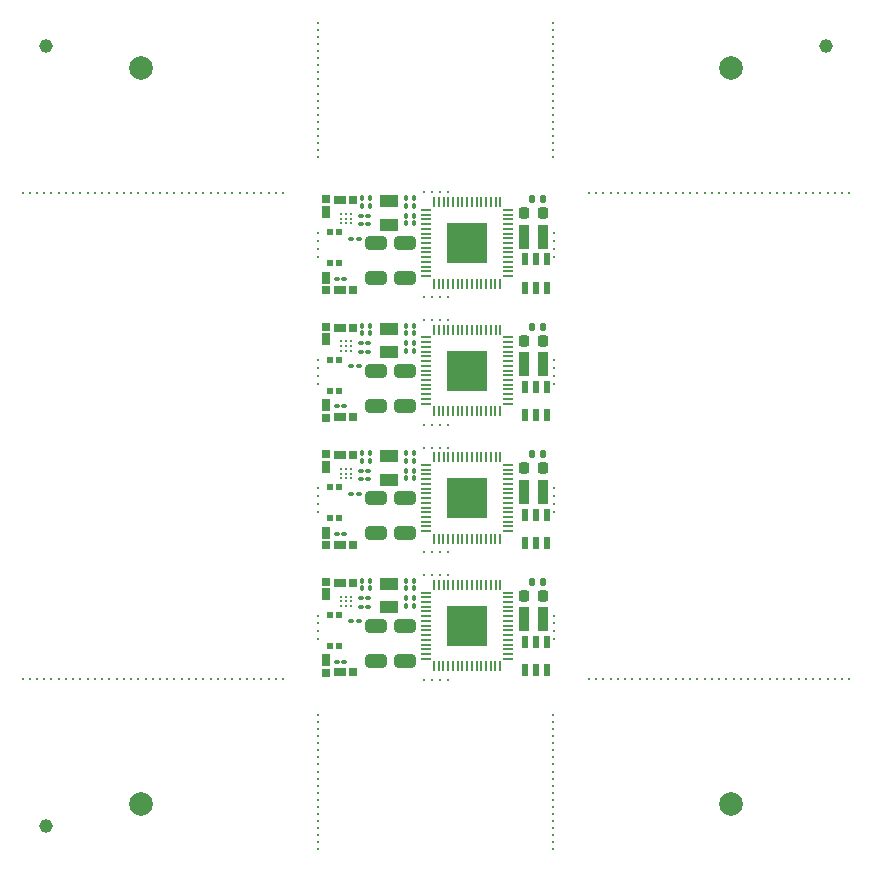
<source format=gts>
G04 #@! TF.GenerationSoftware,KiCad,Pcbnew,8.0.8*
G04 #@! TF.CreationDate,2025-02-15T14:23:04-05:00*
G04 #@! TF.ProjectId,panel,70616e65-6c2e-46b6-9963-61645f706362,rev?*
G04 #@! TF.SameCoordinates,Original*
G04 #@! TF.FileFunction,Soldermask,Top*
G04 #@! TF.FilePolarity,Negative*
%FSLAX46Y46*%
G04 Gerber Fmt 4.6, Leading zero omitted, Abs format (unit mm)*
G04 Created by KiCad (PCBNEW 8.0.8) date 2025-02-15 14:23:04*
%MOMM*%
%LPD*%
G01*
G04 APERTURE LIST*
G04 Aperture macros list*
%AMRoundRect*
0 Rectangle with rounded corners*
0 $1 Rounding radius*
0 $2 $3 $4 $5 $6 $7 $8 $9 X,Y pos of 4 corners*
0 Add a 4 corners polygon primitive as box body*
4,1,4,$2,$3,$4,$5,$6,$7,$8,$9,$2,$3,0*
0 Add four circle primitives for the rounded corners*
1,1,$1+$1,$2,$3*
1,1,$1+$1,$4,$5*
1,1,$1+$1,$6,$7*
1,1,$1+$1,$8,$9*
0 Add four rect primitives between the rounded corners*
20,1,$1+$1,$2,$3,$4,$5,0*
20,1,$1+$1,$4,$5,$6,$7,0*
20,1,$1+$1,$6,$7,$8,$9,0*
20,1,$1+$1,$8,$9,$2,$3,0*%
G04 Aperture macros list end*
%ADD10C,0.300000*%
%ADD11RoundRect,0.100000X-0.100000X0.130000X-0.100000X-0.130000X0.100000X-0.130000X0.100000X0.130000X0*%
%ADD12C,0.230000*%
%ADD13RoundRect,0.250000X-0.650000X0.325000X-0.650000X-0.325000X0.650000X-0.325000X0.650000X0.325000X0*%
%ADD14RoundRect,0.100000X-0.130000X-0.100000X0.130000X-0.100000X0.130000X0.100000X-0.130000X0.100000X0*%
%ADD15RoundRect,0.100000X0.100000X-0.130000X0.100000X0.130000X-0.100000X0.130000X-0.100000X-0.130000X0*%
%ADD16R,1.050000X0.800000*%
%ADD17R,0.650000X0.800000*%
%ADD18R,1.600000X1.000000*%
%ADD19R,0.550000X0.550000*%
%ADD20C,1.152000*%
%ADD21RoundRect,0.225000X-0.225000X-0.250000X0.225000X-0.250000X0.225000X0.250000X-0.225000X0.250000X0*%
%ADD22R,0.550000X1.100000*%
%ADD23R,0.200000X0.880000*%
%ADD24R,0.880000X0.200000*%
%ADD25R,3.400000X3.400000*%
%ADD26R,0.950000X2.100000*%
%ADD27R,0.800000X1.050000*%
%ADD28R,0.800000X0.650000*%
%ADD29RoundRect,0.250000X0.650000X-0.325000X0.650000X0.325000X-0.650000X0.325000X-0.650000X-0.325000X0*%
%ADD30C,2.000000*%
%ADD31RoundRect,0.147500X0.147500X0.172500X-0.147500X0.172500X-0.147500X-0.172500X0.147500X-0.172500X0*%
G04 APERTURE END LIST*
D10*
G04 #@! TO.C,KiKit_MB_21_32*
X18987500Y-14400000D03*
G04 #@! TD*
D11*
G04 #@! TO.C,C10*
X33160000Y-16330000D03*
X33160000Y-16970000D03*
G04 #@! TD*
D10*
G04 #@! TO.C,KiKit_MB_21_11*
X6125000Y-14400000D03*
G04 #@! TD*
G04 #@! TO.C,KiKit_MB_18_18*
X44950000Y-10200000D03*
G04 #@! TD*
G04 #@! TO.C,KiKit_MB_22_5*
X2450000Y-55600000D03*
G04 #@! TD*
G04 #@! TO.C,KiKit_MB_17_5*
X25050000Y-2400000D03*
G04 #@! TD*
G04 #@! TO.C,KiKit_MB_22_29*
X17150000Y-55600000D03*
G04 #@! TD*
G04 #@! TO.C,KiKit_MB_21_29*
X17150000Y-14400000D03*
G04 #@! TD*
D12*
G04 #@! TO.C,U5*
X26968733Y-16187200D03*
X27368733Y-16187200D03*
X27768733Y-16187200D03*
X26968733Y-16587200D03*
X27368733Y-16587200D03*
X27768733Y-16587200D03*
X26968733Y-16987200D03*
X27368733Y-16987200D03*
X27768733Y-16987200D03*
G04 #@! TD*
D10*
G04 #@! TO.C,KiKit_MB_11_3*
X35333333Y-35970000D03*
G04 #@! TD*
G04 #@! TO.C,KiKit_MB_20_20*
X44950000Y-70000000D03*
G04 #@! TD*
G04 #@! TO.C,KiKit_MB_24_24*
X62037500Y-55600000D03*
G04 #@! TD*
G04 #@! TO.C,KiKit_MB_23_24*
X62037500Y-14400000D03*
G04 #@! TD*
D11*
G04 #@! TO.C,C10*
X33160000Y-48730000D03*
X33160000Y-49370000D03*
G04 #@! TD*
D10*
G04 #@! TO.C,KiKit_MB_23_37*
X70000000Y-14400000D03*
G04 #@! TD*
G04 #@! TO.C,KiKit_MB_22_28*
X16537500Y-55600000D03*
G04 #@! TD*
G04 #@! TO.C,KiKit_MB_19_17*
X25050000Y-68200000D03*
G04 #@! TD*
G04 #@! TO.C,KiKit_MB_24_19*
X58975000Y-55600000D03*
G04 #@! TD*
G04 #@! TO.C,KiKit_MB_21_5*
X2450000Y-14400000D03*
G04 #@! TD*
G04 #@! TO.C,KiKit_MB_21_1*
X0Y-14400000D03*
G04 #@! TD*
D13*
G04 #@! TO.C,C8*
X29960000Y-18685000D03*
X29960000Y-21635000D03*
G04 #@! TD*
D10*
G04 #@! TO.C,KiKit_MB_20_9*
X44950000Y-63400000D03*
G04 #@! TD*
G04 #@! TO.C,KiKit_MB_17_3*
X25050000Y-1200000D03*
G04 #@! TD*
G04 #@! TO.C,KiKit_MB_21_9*
X4900000Y-14400000D03*
G04 #@! TD*
G04 #@! TO.C,KiKit_MB_23_6*
X51012500Y-14400000D03*
G04 #@! TD*
G04 #@! TO.C,KiKit_MB_22_16*
X9187500Y-55600000D03*
G04 #@! TD*
G04 #@! TO.C,KiKit_MB_22_35*
X20825000Y-55600000D03*
G04 #@! TD*
G04 #@! TO.C,KiKit_MB_18_8*
X44950000Y-4200000D03*
G04 #@! TD*
D14*
G04 #@! TO.C,R13*
X26590000Y-43290000D03*
X27230000Y-43290000D03*
G04 #@! TD*
D15*
G04 #@! TO.C,R14*
X33166559Y-26280022D03*
X33166559Y-25640022D03*
G04 #@! TD*
D10*
G04 #@! TO.C,KiKit_MB_19_12*
X25050000Y-65200000D03*
G04 #@! TD*
G04 #@! TO.C,KiKit_MB_20_4*
X44950000Y-60400000D03*
G04 #@! TD*
G04 #@! TO.C,KiKit_MB_22_12*
X6737500Y-55600000D03*
G04 #@! TD*
G04 #@! TO.C,KiKit_MB_15_2*
X34666667Y-46770000D03*
G04 #@! TD*
G04 #@! TO.C,KiKit_MB_23_29*
X65100000Y-14400000D03*
G04 #@! TD*
D16*
G04 #@! TO.C,D1*
X26880000Y-47420000D03*
D17*
X27940000Y-47420000D03*
G04 #@! TD*
D14*
G04 #@! TO.C,R10*
X28620000Y-17050000D03*
X29260000Y-17050000D03*
G04 #@! TD*
D10*
G04 #@! TO.C,KiKit_MB_22_4*
X1837500Y-55600000D03*
G04 #@! TD*
G04 #@! TO.C,KiKit_MB_21_7*
X3675000Y-14400000D03*
G04 #@! TD*
G04 #@! TO.C,KiKit_MB_4_3*
X34666667Y-23230000D03*
G04 #@! TD*
D18*
G04 #@! TO.C,L2*
X31060000Y-47510000D03*
X31060000Y-49510000D03*
G04 #@! TD*
D10*
G04 #@! TO.C,KiKit_MB_24_6*
X51012500Y-55600000D03*
G04 #@! TD*
G04 #@! TO.C,KiKit_MB_23_19*
X58975000Y-14400000D03*
G04 #@! TD*
G04 #@! TO.C,KiKit_MB_24_11*
X54075000Y-55600000D03*
G04 #@! TD*
G04 #@! TO.C,KiKit_MB_22_18*
X10412500Y-55600000D03*
G04 #@! TD*
G04 #@! TO.C,KiKit_MB_24_35*
X68775000Y-55600000D03*
G04 #@! TD*
G04 #@! TO.C,KiKit_MB_20_1*
X44950000Y-58600000D03*
G04 #@! TD*
G04 #@! TO.C,KiKit_MB_7_4*
X36000000Y-25170000D03*
G04 #@! TD*
G04 #@! TO.C,KiKit_MB_11_2*
X34666667Y-35970000D03*
G04 #@! TD*
G04 #@! TO.C,KiKit_MB_17_19*
X25050000Y-10800000D03*
G04 #@! TD*
G04 #@! TO.C,KiKit_MB_21_3*
X1225000Y-14400000D03*
G04 #@! TD*
G04 #@! TO.C,KiKit_MB_20_10*
X44950000Y-64000000D03*
G04 #@! TD*
G04 #@! TO.C,KiKit_MB_20_8*
X44950000Y-62800000D03*
G04 #@! TD*
D14*
G04 #@! TO.C,R13*
X26590000Y-32490000D03*
X27230000Y-32490000D03*
G04 #@! TD*
D11*
G04 #@! TO.C,C14*
X32460000Y-36440000D03*
X32460000Y-37080000D03*
G04 #@! TD*
D16*
G04 #@! TO.C,D1*
X26880000Y-25820000D03*
D17*
X27940000Y-25820000D03*
G04 #@! TD*
D19*
G04 #@! TO.C,SW1*
X26050000Y-20370000D03*
X26810000Y-20370000D03*
X26050000Y-17730000D03*
X26810000Y-17730000D03*
G04 #@! TD*
D10*
G04 #@! TO.C,KiKit_MB_23_22*
X60812500Y-14400000D03*
G04 #@! TD*
G04 #@! TO.C,KiKit_MB_24_25*
X62650000Y-55600000D03*
G04 #@! TD*
G04 #@! TO.C,KiKit_MB_16_1*
X36000000Y-55630000D03*
G04 #@! TD*
D20*
G04 #@! TO.C,KiKit_TO_1*
X2000000Y-2000000D03*
G04 #@! TD*
D10*
G04 #@! TO.C,KiKit_MB_17_6*
X25050000Y-3000000D03*
G04 #@! TD*
G04 #@! TO.C,KiKit_MB_19_7*
X25050000Y-62200000D03*
G04 #@! TD*
G04 #@! TO.C,KiKit_MB_5_2*
X25020000Y-29933333D03*
G04 #@! TD*
D19*
G04 #@! TO.C,SW1*
X26050000Y-41970000D03*
X26810000Y-41970000D03*
X26050000Y-39330000D03*
X26810000Y-39330000D03*
G04 #@! TD*
D10*
G04 #@! TO.C,KiKit_MB_23_4*
X49787500Y-14400000D03*
G04 #@! TD*
G04 #@! TO.C,KiKit_MB_21_8*
X4287500Y-14400000D03*
G04 #@! TD*
G04 #@! TO.C,KiKit_MB_24_14*
X55912500Y-55600000D03*
G04 #@! TD*
G04 #@! TO.C,KiKit_MB_22_8*
X4287500Y-55600000D03*
G04 #@! TD*
G04 #@! TO.C,KiKit_MB_4_2*
X35333333Y-23230000D03*
G04 #@! TD*
D21*
G04 #@! TO.C,C7*
X42475000Y-26930000D03*
X44025000Y-26930000D03*
G04 #@! TD*
D10*
G04 #@! TO.C,KiKit_MB_16_2*
X35333333Y-55630000D03*
G04 #@! TD*
G04 #@! TO.C,KiKit_MB_17_15*
X25050000Y-8400000D03*
G04 #@! TD*
G04 #@! TO.C,KiKit_MB_23_34*
X68162500Y-14400000D03*
G04 #@! TD*
D22*
G04 #@! TO.C,U2*
X42520000Y-54840000D03*
X43470000Y-54840000D03*
X44420000Y-54840000D03*
X44420000Y-52440000D03*
X43470000Y-52440000D03*
X42520000Y-52440000D03*
G04 #@! TD*
D10*
G04 #@! TO.C,KiKit_MB_24_3*
X49175000Y-55600000D03*
G04 #@! TD*
G04 #@! TO.C,KiKit_MB_22_2*
X612500Y-55600000D03*
G04 #@! TD*
G04 #@! TO.C,KiKit_MB_20_5*
X44950000Y-61000000D03*
G04 #@! TD*
G04 #@! TO.C,KiKit_MB_23_1*
X47950000Y-14400000D03*
G04 #@! TD*
G04 #@! TO.C,KiKit_MB_24_2*
X48562500Y-55600000D03*
G04 #@! TD*
D22*
G04 #@! TO.C,U2*
X42520000Y-22440000D03*
X43470000Y-22440000D03*
X44420000Y-22440000D03*
X44420000Y-20040000D03*
X43470000Y-20040000D03*
X42520000Y-20040000D03*
G04 #@! TD*
D23*
G04 #@! TO.C,U4*
X34840000Y-32890000D03*
X35240000Y-32890000D03*
X35640000Y-32890000D03*
X36040000Y-32890000D03*
X36440000Y-32890000D03*
X36840000Y-32890000D03*
X37240000Y-32890000D03*
X37640000Y-32890000D03*
X38040000Y-32890000D03*
X38440000Y-32890000D03*
X38840000Y-32890000D03*
X39240000Y-32890000D03*
X39640000Y-32890000D03*
X40040000Y-32890000D03*
X40440000Y-32890000D03*
D24*
X41080000Y-32250000D03*
X41080000Y-31850000D03*
X41080000Y-31450000D03*
X41080000Y-31050000D03*
X41080000Y-30650000D03*
X41080000Y-30250000D03*
X41080000Y-29850000D03*
X41080000Y-29450000D03*
X41080000Y-29050000D03*
X41080000Y-28650000D03*
X41080000Y-28250000D03*
X41080000Y-27850000D03*
X41080000Y-27450000D03*
X41080000Y-27050000D03*
X41080000Y-26650000D03*
D23*
X40440000Y-26010000D03*
X40050000Y-26010000D03*
X39650000Y-26010000D03*
X39250000Y-26010000D03*
X38850000Y-26010000D03*
X38450000Y-26010000D03*
X38050000Y-26010000D03*
X37650000Y-26010000D03*
X37250000Y-26010000D03*
X36850000Y-26010000D03*
X36450000Y-26010000D03*
X36050000Y-26010000D03*
X35650000Y-26010000D03*
X35250000Y-26010000D03*
X34850000Y-26010000D03*
D24*
X34200000Y-26650000D03*
X34200000Y-27050000D03*
X34200000Y-27450000D03*
X34200000Y-27850000D03*
X34200000Y-28250000D03*
X34200000Y-28650000D03*
X34200000Y-29050000D03*
X34200000Y-29450000D03*
X34200000Y-29850000D03*
X34200000Y-30250000D03*
X34200000Y-30650000D03*
X34200000Y-31050000D03*
X34200000Y-31450000D03*
X34200000Y-31850000D03*
X34200000Y-32250000D03*
D25*
X37640000Y-29450000D03*
G04 #@! TD*
D10*
G04 #@! TO.C,KiKit_MB_2_4*
X44980000Y-19800000D03*
G04 #@! TD*
G04 #@! TO.C,KiKit_MB_2_3*
X44980000Y-19133333D03*
G04 #@! TD*
G04 #@! TO.C,KiKit_MB_24_9*
X52850000Y-55600000D03*
G04 #@! TD*
D23*
G04 #@! TO.C,U4*
X34840000Y-22090000D03*
X35240000Y-22090000D03*
X35640000Y-22090000D03*
X36040000Y-22090000D03*
X36440000Y-22090000D03*
X36840000Y-22090000D03*
X37240000Y-22090000D03*
X37640000Y-22090000D03*
X38040000Y-22090000D03*
X38440000Y-22090000D03*
X38840000Y-22090000D03*
X39240000Y-22090000D03*
X39640000Y-22090000D03*
X40040000Y-22090000D03*
X40440000Y-22090000D03*
D24*
X41080000Y-21450000D03*
X41080000Y-21050000D03*
X41080000Y-20650000D03*
X41080000Y-20250000D03*
X41080000Y-19850000D03*
X41080000Y-19450000D03*
X41080000Y-19050000D03*
X41080000Y-18650000D03*
X41080000Y-18250000D03*
X41080000Y-17850000D03*
X41080000Y-17450000D03*
X41080000Y-17050000D03*
X41080000Y-16650000D03*
X41080000Y-16250000D03*
X41080000Y-15850000D03*
D23*
X40440000Y-15210000D03*
X40050000Y-15210000D03*
X39650000Y-15210000D03*
X39250000Y-15210000D03*
X38850000Y-15210000D03*
X38450000Y-15210000D03*
X38050000Y-15210000D03*
X37650000Y-15210000D03*
X37250000Y-15210000D03*
X36850000Y-15210000D03*
X36450000Y-15210000D03*
X36050000Y-15210000D03*
X35650000Y-15210000D03*
X35250000Y-15210000D03*
X34850000Y-15210000D03*
D24*
X34200000Y-15850000D03*
X34200000Y-16250000D03*
X34200000Y-16650000D03*
X34200000Y-17050000D03*
X34200000Y-17450000D03*
X34200000Y-17850000D03*
X34200000Y-18250000D03*
X34200000Y-18650000D03*
X34200000Y-19050000D03*
X34200000Y-19450000D03*
X34200000Y-19850000D03*
X34200000Y-20250000D03*
X34200000Y-20650000D03*
X34200000Y-21050000D03*
X34200000Y-21450000D03*
D25*
X37640000Y-18650000D03*
G04 #@! TD*
D10*
G04 #@! TO.C,KiKit_MB_23_26*
X63262500Y-14400000D03*
G04 #@! TD*
D14*
G04 #@! TO.C,R9*
X28620000Y-16350000D03*
X29260000Y-16350000D03*
G04 #@! TD*
D10*
G04 #@! TO.C,KiKit_MB_24_22*
X60812500Y-55600000D03*
G04 #@! TD*
G04 #@! TO.C,KiKit_MB_21_37*
X22050000Y-14400000D03*
G04 #@! TD*
D26*
G04 #@! TO.C,L1*
X44107500Y-50510000D03*
X42432500Y-50510000D03*
G04 #@! TD*
D10*
G04 #@! TO.C,KiKit_MB_21_34*
X20212500Y-14400000D03*
G04 #@! TD*
G04 #@! TO.C,KiKit_MB_19_6*
X25050000Y-61600000D03*
G04 #@! TD*
G04 #@! TO.C,KiKit_MB_24_26*
X63262500Y-55600000D03*
G04 #@! TD*
G04 #@! TO.C,KiKit_MB_23_23*
X61425000Y-14400000D03*
G04 #@! TD*
D16*
G04 #@! TO.C,D2*
X26880000Y-22590000D03*
D17*
X27940000Y-22590000D03*
G04 #@! TD*
D10*
G04 #@! TO.C,KiKit_MB_18_9*
X44950000Y-4800000D03*
G04 #@! TD*
D27*
G04 #@! TO.C,D4*
X25660000Y-21600000D03*
D28*
X25660000Y-22660000D03*
G04 #@! TD*
D10*
G04 #@! TO.C,KiKit_MB_21_25*
X14700000Y-14400000D03*
G04 #@! TD*
D14*
G04 #@! TO.C,R11*
X27830000Y-18280000D03*
X28470000Y-18280000D03*
G04 #@! TD*
D29*
G04 #@! TO.C,C17*
X32340000Y-43235000D03*
X32340000Y-40285000D03*
G04 #@! TD*
D27*
G04 #@! TO.C,D4*
X25660000Y-43200000D03*
D28*
X25660000Y-44260000D03*
G04 #@! TD*
D10*
G04 #@! TO.C,KiKit_MB_18_19*
X44950000Y-10800000D03*
G04 #@! TD*
G04 #@! TO.C,KiKit_MB_17_4*
X25050000Y-1800000D03*
G04 #@! TD*
G04 #@! TO.C,KiKit_MB_21_16*
X9187500Y-14400000D03*
G04 #@! TD*
D15*
G04 #@! TO.C,C19*
X29460000Y-26280000D03*
X29460000Y-25640000D03*
G04 #@! TD*
D10*
G04 #@! TO.C,KiKit_MB_15_3*
X35333333Y-46770000D03*
G04 #@! TD*
D15*
G04 #@! TO.C,C9*
X32460000Y-27770000D03*
X32460000Y-27130000D03*
G04 #@! TD*
D10*
G04 #@! TO.C,KiKit_MB_24_23*
X61425000Y-55600000D03*
G04 #@! TD*
G04 #@! TO.C,KiKit_MB_24_17*
X57750000Y-55600000D03*
G04 #@! TD*
G04 #@! TO.C,KiKit_MB_23_7*
X51625000Y-14400000D03*
G04 #@! TD*
G04 #@! TO.C,KiKit_MB_19_16*
X25050000Y-67600000D03*
G04 #@! TD*
G04 #@! TO.C,KiKit_MB_3_4*
X36000000Y-14370000D03*
G04 #@! TD*
D15*
G04 #@! TO.C,C18*
X28760000Y-15480000D03*
X28760000Y-14840000D03*
G04 #@! TD*
D10*
G04 #@! TO.C,KiKit_MB_23_32*
X66937500Y-14400000D03*
G04 #@! TD*
G04 #@! TO.C,KiKit_MB_21_2*
X612500Y-14400000D03*
G04 #@! TD*
G04 #@! TO.C,KiKit_MB_17_11*
X25050000Y-6000000D03*
G04 #@! TD*
G04 #@! TO.C,KiKit_MB_1_2*
X25020000Y-19133333D03*
G04 #@! TD*
G04 #@! TO.C,KiKit_MB_22_19*
X11025000Y-55600000D03*
G04 #@! TD*
G04 #@! TO.C,KiKit_MB_24_33*
X67550000Y-55600000D03*
G04 #@! TD*
G04 #@! TO.C,KiKit_MB_5_1*
X25020000Y-30600000D03*
G04 #@! TD*
G04 #@! TO.C,KiKit_MB_1_1*
X25020000Y-19800000D03*
G04 #@! TD*
G04 #@! TO.C,KiKit_MB_22_23*
X13475000Y-55600000D03*
G04 #@! TD*
D15*
G04 #@! TO.C,C9*
X32460000Y-38570000D03*
X32460000Y-37930000D03*
G04 #@! TD*
D27*
G04 #@! TO.C,D3*
X25660000Y-37600000D03*
D28*
X25660000Y-36540000D03*
G04 #@! TD*
D10*
G04 #@! TO.C,KiKit_MB_19_2*
X25050000Y-59200000D03*
G04 #@! TD*
G04 #@! TO.C,KiKit_MB_23_27*
X63875000Y-14400000D03*
G04 #@! TD*
G04 #@! TO.C,KiKit_MB_21_17*
X9800000Y-14400000D03*
G04 #@! TD*
D18*
G04 #@! TO.C,L2*
X31060000Y-15110000D03*
X31060000Y-17110000D03*
G04 #@! TD*
D10*
G04 #@! TO.C,KiKit_MB_2_2*
X44980000Y-18466667D03*
G04 #@! TD*
G04 #@! TO.C,KiKit_MB_9_1*
X25020000Y-41400000D03*
G04 #@! TD*
G04 #@! TO.C,KiKit_MB_22_1*
X0Y-55600000D03*
G04 #@! TD*
G04 #@! TO.C,KiKit_MB_19_11*
X25050000Y-64600000D03*
G04 #@! TD*
G04 #@! TO.C,KiKit_MB_7_1*
X34000000Y-25170000D03*
G04 #@! TD*
G04 #@! TO.C,KiKit_MB_21_13*
X7350000Y-14400000D03*
G04 #@! TD*
G04 #@! TO.C,KiKit_MB_3_3*
X35333333Y-14370000D03*
G04 #@! TD*
D16*
G04 #@! TO.C,D2*
X26880000Y-44190000D03*
D17*
X27940000Y-44190000D03*
G04 #@! TD*
D10*
G04 #@! TO.C,KiKit_MB_6_1*
X44980000Y-28600000D03*
G04 #@! TD*
G04 #@! TO.C,KiKit_MB_23_9*
X52850000Y-14400000D03*
G04 #@! TD*
G04 #@! TO.C,KiKit_MB_24_5*
X50400000Y-55600000D03*
G04 #@! TD*
G04 #@! TO.C,KiKit_MB_18_11*
X44950000Y-6000000D03*
G04 #@! TD*
G04 #@! TO.C,KiKit_MB_17_8*
X25050000Y-4200000D03*
G04 #@! TD*
G04 #@! TO.C,KiKit_MB_22_17*
X9800000Y-55600000D03*
G04 #@! TD*
G04 #@! TO.C,KiKit_MB_5_3*
X25020000Y-29266666D03*
G04 #@! TD*
G04 #@! TO.C,KiKit_MB_18_4*
X44950000Y-1800000D03*
G04 #@! TD*
D15*
G04 #@! TO.C,C19*
X29460000Y-15480000D03*
X29460000Y-14840000D03*
G04 #@! TD*
D10*
G04 #@! TO.C,KiKit_MB_17_1*
X25050000Y0D03*
G04 #@! TD*
G04 #@! TO.C,KiKit_MB_9_4*
X25020000Y-39400000D03*
G04 #@! TD*
G04 #@! TO.C,KiKit_MB_22_26*
X15312500Y-55600000D03*
G04 #@! TD*
G04 #@! TO.C,KiKit_MB_21_4*
X1837500Y-14400000D03*
G04 #@! TD*
G04 #@! TO.C,KiKit_MB_22_9*
X4900000Y-55600000D03*
G04 #@! TD*
G04 #@! TO.C,KiKit_MB_21_30*
X17762500Y-14400000D03*
G04 #@! TD*
D11*
G04 #@! TO.C,C14*
X32460000Y-25640000D03*
X32460000Y-26280000D03*
G04 #@! TD*
D20*
G04 #@! TO.C,KiKit_TO_2*
X68000000Y-2000000D03*
G04 #@! TD*
D10*
G04 #@! TO.C,KiKit_MB_22_32*
X18987500Y-55600000D03*
G04 #@! TD*
D15*
G04 #@! TO.C,C18*
X28760000Y-47880000D03*
X28760000Y-47240000D03*
G04 #@! TD*
D10*
G04 #@! TO.C,KiKit_MB_19_5*
X25050000Y-61000000D03*
G04 #@! TD*
G04 #@! TO.C,KiKit_MB_23_36*
X69387500Y-14400000D03*
G04 #@! TD*
G04 #@! TO.C,KiKit_MB_23_20*
X59587500Y-14400000D03*
G04 #@! TD*
G04 #@! TO.C,KiKit_MB_22_22*
X12862500Y-55600000D03*
G04 #@! TD*
G04 #@! TO.C,KiKit_MB_3_1*
X34000000Y-14370000D03*
G04 #@! TD*
D15*
G04 #@! TO.C,C18*
X28760000Y-37080000D03*
X28760000Y-36440000D03*
G04 #@! TD*
D14*
G04 #@! TO.C,R11*
X27830000Y-39880000D03*
X28470000Y-39880000D03*
G04 #@! TD*
D10*
G04 #@! TO.C,KiKit_MB_17_17*
X25050000Y-9600000D03*
G04 #@! TD*
G04 #@! TO.C,KiKit_MB_23_25*
X62650000Y-14400000D03*
G04 #@! TD*
D16*
G04 #@! TO.C,D2*
X26880000Y-54990000D03*
D17*
X27940000Y-54990000D03*
G04 #@! TD*
D10*
G04 #@! TO.C,KiKit_MB_17_14*
X25050000Y-7800000D03*
G04 #@! TD*
D29*
G04 #@! TO.C,C17*
X32340000Y-54035000D03*
X32340000Y-51085000D03*
G04 #@! TD*
D10*
G04 #@! TO.C,KiKit_MB_18_2*
X44950000Y-600000D03*
G04 #@! TD*
D27*
G04 #@! TO.C,D3*
X25660000Y-26800000D03*
D28*
X25660000Y-25740000D03*
G04 #@! TD*
D10*
G04 #@! TO.C,KiKit_MB_23_35*
X68775000Y-14400000D03*
G04 #@! TD*
G04 #@! TO.C,KiKit_MB_17_16*
X25050000Y-9000000D03*
G04 #@! TD*
D15*
G04 #@! TO.C,C9*
X32460000Y-16970000D03*
X32460000Y-16330000D03*
G04 #@! TD*
D10*
G04 #@! TO.C,KiKit_MB_13_3*
X25020000Y-50866666D03*
G04 #@! TD*
G04 #@! TO.C,KiKit_MB_21_31*
X18375000Y-14400000D03*
G04 #@! TD*
G04 #@! TO.C,KiKit_MB_6_4*
X44980000Y-30600000D03*
G04 #@! TD*
D12*
G04 #@! TO.C,U5*
X26968733Y-48587200D03*
X27368733Y-48587200D03*
X27768733Y-48587200D03*
X26968733Y-48987200D03*
X27368733Y-48987200D03*
X27768733Y-48987200D03*
X26968733Y-49387200D03*
X27368733Y-49387200D03*
X27768733Y-49387200D03*
G04 #@! TD*
D10*
G04 #@! TO.C,KiKit_MB_23_16*
X57137500Y-14400000D03*
G04 #@! TD*
G04 #@! TO.C,KiKit_MB_19_13*
X25050000Y-65800000D03*
G04 #@! TD*
G04 #@! TO.C,KiKit_MB_24_30*
X65712500Y-55600000D03*
G04 #@! TD*
D11*
G04 #@! TO.C,C14*
X32460000Y-47240000D03*
X32460000Y-47880000D03*
G04 #@! TD*
D10*
G04 #@! TO.C,KiKit_MB_17_18*
X25050000Y-10200000D03*
G04 #@! TD*
G04 #@! TO.C,KiKit_MB_21_22*
X12862500Y-14400000D03*
G04 #@! TD*
G04 #@! TO.C,KiKit_MB_23_8*
X52237500Y-14400000D03*
G04 #@! TD*
D15*
G04 #@! TO.C,R14*
X33166559Y-15480022D03*
X33166559Y-14840022D03*
G04 #@! TD*
D10*
G04 #@! TO.C,KiKit_MB_23_5*
X50400000Y-14400000D03*
G04 #@! TD*
D19*
G04 #@! TO.C,SW1*
X26050000Y-31170000D03*
X26810000Y-31170000D03*
X26050000Y-28530000D03*
X26810000Y-28530000D03*
G04 #@! TD*
D10*
G04 #@! TO.C,KiKit_MB_13_1*
X25020000Y-52200000D03*
G04 #@! TD*
D14*
G04 #@! TO.C,R10*
X28620000Y-27850000D03*
X29260000Y-27850000D03*
G04 #@! TD*
D10*
G04 #@! TO.C,KiKit_MB_23_13*
X55300000Y-14400000D03*
G04 #@! TD*
G04 #@! TO.C,KiKit_MB_15_1*
X34000000Y-46770000D03*
G04 #@! TD*
G04 #@! TO.C,KiKit_MB_19_10*
X25050000Y-64000000D03*
G04 #@! TD*
D15*
G04 #@! TO.C,R14*
X33166559Y-47880022D03*
X33166559Y-47240022D03*
G04 #@! TD*
D10*
G04 #@! TO.C,KiKit_MB_22_21*
X12250000Y-55600000D03*
G04 #@! TD*
G04 #@! TO.C,KiKit_MB_20_2*
X44950000Y-59200000D03*
G04 #@! TD*
D21*
G04 #@! TO.C,C7*
X42475000Y-37730000D03*
X44025000Y-37730000D03*
G04 #@! TD*
D16*
G04 #@! TO.C,D2*
X26880000Y-33390000D03*
D17*
X27940000Y-33390000D03*
G04 #@! TD*
D10*
G04 #@! TO.C,KiKit_MB_24_18*
X58362500Y-55600000D03*
G04 #@! TD*
G04 #@! TO.C,KiKit_MB_9_3*
X25020000Y-40066666D03*
G04 #@! TD*
G04 #@! TO.C,KiKit_MB_18_20*
X44950000Y-11400000D03*
G04 #@! TD*
G04 #@! TO.C,KiKit_MB_17_10*
X25050000Y-5400000D03*
G04 #@! TD*
G04 #@! TO.C,KiKit_MB_18_3*
X44950000Y-1200000D03*
G04 #@! TD*
G04 #@! TO.C,KiKit_MB_9_2*
X25020000Y-40733333D03*
G04 #@! TD*
D11*
G04 #@! TO.C,C14*
X32460000Y-14840000D03*
X32460000Y-15480000D03*
G04 #@! TD*
D10*
G04 #@! TO.C,KiKit_MB_8_2*
X35333333Y-34030000D03*
G04 #@! TD*
G04 #@! TO.C,KiKit_MB_21_28*
X16537500Y-14400000D03*
G04 #@! TD*
G04 #@! TO.C,KiKit_MB_24_1*
X47950000Y-55600000D03*
G04 #@! TD*
D14*
G04 #@! TO.C,R9*
X28620000Y-48750000D03*
X29260000Y-48750000D03*
G04 #@! TD*
D27*
G04 #@! TO.C,D4*
X25660000Y-32400000D03*
D28*
X25660000Y-33460000D03*
G04 #@! TD*
D10*
G04 #@! TO.C,KiKit_MB_7_3*
X35333333Y-25170000D03*
G04 #@! TD*
G04 #@! TO.C,KiKit_MB_19_3*
X25050000Y-59800000D03*
G04 #@! TD*
G04 #@! TO.C,KiKit_MB_23_31*
X66325000Y-14400000D03*
G04 #@! TD*
D18*
G04 #@! TO.C,L2*
X31060000Y-36710000D03*
X31060000Y-38710000D03*
G04 #@! TD*
D10*
G04 #@! TO.C,KiKit_MB_21_21*
X12250000Y-14400000D03*
G04 #@! TD*
D11*
G04 #@! TO.C,C10*
X33160000Y-27130000D03*
X33160000Y-27770000D03*
G04 #@! TD*
D10*
G04 #@! TO.C,KiKit_MB_19_14*
X25050000Y-66400000D03*
G04 #@! TD*
D23*
G04 #@! TO.C,U4*
X34840000Y-43690000D03*
X35240000Y-43690000D03*
X35640000Y-43690000D03*
X36040000Y-43690000D03*
X36440000Y-43690000D03*
X36840000Y-43690000D03*
X37240000Y-43690000D03*
X37640000Y-43690000D03*
X38040000Y-43690000D03*
X38440000Y-43690000D03*
X38840000Y-43690000D03*
X39240000Y-43690000D03*
X39640000Y-43690000D03*
X40040000Y-43690000D03*
X40440000Y-43690000D03*
D24*
X41080000Y-43050000D03*
X41080000Y-42650000D03*
X41080000Y-42250000D03*
X41080000Y-41850000D03*
X41080000Y-41450000D03*
X41080000Y-41050000D03*
X41080000Y-40650000D03*
X41080000Y-40250000D03*
X41080000Y-39850000D03*
X41080000Y-39450000D03*
X41080000Y-39050000D03*
X41080000Y-38650000D03*
X41080000Y-38250000D03*
X41080000Y-37850000D03*
X41080000Y-37450000D03*
D23*
X40440000Y-36810000D03*
X40050000Y-36810000D03*
X39650000Y-36810000D03*
X39250000Y-36810000D03*
X38850000Y-36810000D03*
X38450000Y-36810000D03*
X38050000Y-36810000D03*
X37650000Y-36810000D03*
X37250000Y-36810000D03*
X36850000Y-36810000D03*
X36450000Y-36810000D03*
X36050000Y-36810000D03*
X35650000Y-36810000D03*
X35250000Y-36810000D03*
X34850000Y-36810000D03*
D24*
X34200000Y-37450000D03*
X34200000Y-37850000D03*
X34200000Y-38250000D03*
X34200000Y-38650000D03*
X34200000Y-39050000D03*
X34200000Y-39450000D03*
X34200000Y-39850000D03*
X34200000Y-40250000D03*
X34200000Y-40650000D03*
X34200000Y-41050000D03*
X34200000Y-41450000D03*
X34200000Y-41850000D03*
X34200000Y-42250000D03*
X34200000Y-42650000D03*
X34200000Y-43050000D03*
D25*
X37640000Y-40250000D03*
G04 #@! TD*
D10*
G04 #@! TO.C,KiKit_MB_21_26*
X15312500Y-14400000D03*
G04 #@! TD*
G04 #@! TO.C,KiKit_MB_22_7*
X3675000Y-55600000D03*
G04 #@! TD*
G04 #@! TO.C,KiKit_MB_22_20*
X11637500Y-55600000D03*
G04 #@! TD*
D15*
G04 #@! TO.C,C19*
X29460000Y-47880000D03*
X29460000Y-47240000D03*
G04 #@! TD*
D10*
G04 #@! TO.C,KiKit_MB_21_18*
X10412500Y-14400000D03*
G04 #@! TD*
G04 #@! TO.C,KiKit_MB_19_20*
X25050000Y-70000000D03*
G04 #@! TD*
G04 #@! TO.C,KiKit_MB_24_32*
X66937500Y-55600000D03*
G04 #@! TD*
G04 #@! TO.C,KiKit_MB_23_33*
X67550000Y-14400000D03*
G04 #@! TD*
G04 #@! TO.C,KiKit_MB_18_12*
X44950000Y-6600000D03*
G04 #@! TD*
D14*
G04 #@! TO.C,R9*
X28620000Y-27150000D03*
X29260000Y-27150000D03*
G04 #@! TD*
D27*
G04 #@! TO.C,D3*
X25660000Y-16000000D03*
D28*
X25660000Y-14940000D03*
G04 #@! TD*
D10*
G04 #@! TO.C,KiKit_MB_24_34*
X68162500Y-55600000D03*
G04 #@! TD*
G04 #@! TO.C,KiKit_MB_24_13*
X55300000Y-55600000D03*
G04 #@! TD*
G04 #@! TO.C,KiKit_MB_1_3*
X25020000Y-18466667D03*
G04 #@! TD*
D30*
G04 #@! TO.C,KiKit_FID_T_1*
X10000000Y-3850000D03*
G04 #@! TD*
D10*
G04 #@! TO.C,KiKit_MB_21_24*
X14087500Y-14400000D03*
G04 #@! TD*
D26*
G04 #@! TO.C,L1*
X44107500Y-28910000D03*
X42432500Y-28910000D03*
G04 #@! TD*
D10*
G04 #@! TO.C,KiKit_MB_20_15*
X44950000Y-67000000D03*
G04 #@! TD*
G04 #@! TO.C,KiKit_MB_24_12*
X54687500Y-55600000D03*
G04 #@! TD*
G04 #@! TO.C,KiKit_MB_6_3*
X44980000Y-29933333D03*
G04 #@! TD*
G04 #@! TO.C,KiKit_MB_24_7*
X51625000Y-55600000D03*
G04 #@! TD*
G04 #@! TO.C,KiKit_MB_22_11*
X6125000Y-55600000D03*
G04 #@! TD*
D19*
G04 #@! TO.C,SW1*
X26050000Y-52770000D03*
X26810000Y-52770000D03*
X26050000Y-50130000D03*
X26810000Y-50130000D03*
G04 #@! TD*
D10*
G04 #@! TO.C,KiKit_MB_5_4*
X25020000Y-28600000D03*
G04 #@! TD*
G04 #@! TO.C,KiKit_MB_8_1*
X36000000Y-34030000D03*
G04 #@! TD*
G04 #@! TO.C,KiKit_MB_21_36*
X21437500Y-14400000D03*
G04 #@! TD*
G04 #@! TO.C,KiKit_MB_20_12*
X44950000Y-65200000D03*
G04 #@! TD*
D13*
G04 #@! TO.C,C8*
X29960000Y-40285000D03*
X29960000Y-43235000D03*
G04 #@! TD*
D23*
G04 #@! TO.C,U4*
X34840000Y-54490000D03*
X35240000Y-54490000D03*
X35640000Y-54490000D03*
X36040000Y-54490000D03*
X36440000Y-54490000D03*
X36840000Y-54490000D03*
X37240000Y-54490000D03*
X37640000Y-54490000D03*
X38040000Y-54490000D03*
X38440000Y-54490000D03*
X38840000Y-54490000D03*
X39240000Y-54490000D03*
X39640000Y-54490000D03*
X40040000Y-54490000D03*
X40440000Y-54490000D03*
D24*
X41080000Y-53850000D03*
X41080000Y-53450000D03*
X41080000Y-53050000D03*
X41080000Y-52650000D03*
X41080000Y-52250000D03*
X41080000Y-51850000D03*
X41080000Y-51450000D03*
X41080000Y-51050000D03*
X41080000Y-50650000D03*
X41080000Y-50250000D03*
X41080000Y-49850000D03*
X41080000Y-49450000D03*
X41080000Y-49050000D03*
X41080000Y-48650000D03*
X41080000Y-48250000D03*
D23*
X40440000Y-47610000D03*
X40050000Y-47610000D03*
X39650000Y-47610000D03*
X39250000Y-47610000D03*
X38850000Y-47610000D03*
X38450000Y-47610000D03*
X38050000Y-47610000D03*
X37650000Y-47610000D03*
X37250000Y-47610000D03*
X36850000Y-47610000D03*
X36450000Y-47610000D03*
X36050000Y-47610000D03*
X35650000Y-47610000D03*
X35250000Y-47610000D03*
X34850000Y-47610000D03*
D24*
X34200000Y-48250000D03*
X34200000Y-48650000D03*
X34200000Y-49050000D03*
X34200000Y-49450000D03*
X34200000Y-49850000D03*
X34200000Y-50250000D03*
X34200000Y-50650000D03*
X34200000Y-51050000D03*
X34200000Y-51450000D03*
X34200000Y-51850000D03*
X34200000Y-52250000D03*
X34200000Y-52650000D03*
X34200000Y-53050000D03*
X34200000Y-53450000D03*
X34200000Y-53850000D03*
D25*
X37640000Y-51050000D03*
G04 #@! TD*
D10*
G04 #@! TO.C,KiKit_MB_20_16*
X44950000Y-67600000D03*
G04 #@! TD*
G04 #@! TO.C,KiKit_MB_19_18*
X25050000Y-68800000D03*
G04 #@! TD*
G04 #@! TO.C,KiKit_MB_13_4*
X25020000Y-50200000D03*
G04 #@! TD*
G04 #@! TO.C,KiKit_MB_19_15*
X25050000Y-67000000D03*
G04 #@! TD*
G04 #@! TO.C,KiKit_MB_20_19*
X44950000Y-69400000D03*
G04 #@! TD*
D16*
G04 #@! TO.C,D1*
X26880000Y-36620000D03*
D17*
X27940000Y-36620000D03*
G04 #@! TD*
D10*
G04 #@! TO.C,KiKit_MB_20_3*
X44950000Y-59800000D03*
G04 #@! TD*
G04 #@! TO.C,KiKit_MB_21_15*
X8575000Y-14400000D03*
G04 #@! TD*
G04 #@! TO.C,KiKit_MB_3_2*
X34666667Y-14370000D03*
G04 #@! TD*
D26*
G04 #@! TO.C,L1*
X44107500Y-39710000D03*
X42432500Y-39710000D03*
G04 #@! TD*
D10*
G04 #@! TO.C,KiKit_MB_10_1*
X44980000Y-39400000D03*
G04 #@! TD*
G04 #@! TO.C,KiKit_MB_22_33*
X19600000Y-55600000D03*
G04 #@! TD*
D31*
G04 #@! TO.C,D7*
X44095000Y-14930000D03*
X43125000Y-14930000D03*
G04 #@! TD*
D10*
G04 #@! TO.C,KiKit_MB_17_7*
X25050000Y-3600000D03*
G04 #@! TD*
G04 #@! TO.C,KiKit_MB_21_6*
X3062500Y-14400000D03*
G04 #@! TD*
G04 #@! TO.C,KiKit_MB_20_6*
X44950000Y-61600000D03*
G04 #@! TD*
G04 #@! TO.C,KiKit_MB_23_21*
X60200000Y-14400000D03*
G04 #@! TD*
G04 #@! TO.C,KiKit_MB_18_14*
X44950000Y-7800000D03*
G04 #@! TD*
G04 #@! TO.C,KiKit_MB_14_3*
X44980000Y-51533333D03*
G04 #@! TD*
D14*
G04 #@! TO.C,R9*
X28620000Y-37950000D03*
X29260000Y-37950000D03*
G04 #@! TD*
D12*
G04 #@! TO.C,U5*
X26968733Y-26987200D03*
X27368733Y-26987200D03*
X27768733Y-26987200D03*
X26968733Y-27387200D03*
X27368733Y-27387200D03*
X27768733Y-27387200D03*
X26968733Y-27787200D03*
X27368733Y-27787200D03*
X27768733Y-27787200D03*
G04 #@! TD*
D10*
G04 #@! TO.C,KiKit_MB_23_11*
X54075000Y-14400000D03*
G04 #@! TD*
G04 #@! TO.C,KiKit_MB_20_14*
X44950000Y-66400000D03*
G04 #@! TD*
G04 #@! TO.C,KiKit_MB_24_36*
X69387500Y-55600000D03*
G04 #@! TD*
G04 #@! TO.C,KiKit_MB_24_10*
X53462500Y-55600000D03*
G04 #@! TD*
G04 #@! TO.C,KiKit_MB_20_17*
X44950000Y-68200000D03*
G04 #@! TD*
G04 #@! TO.C,KiKit_MB_14_4*
X44980000Y-52200000D03*
G04 #@! TD*
G04 #@! TO.C,KiKit_MB_21_12*
X6737500Y-14400000D03*
G04 #@! TD*
D18*
G04 #@! TO.C,L2*
X31060000Y-25910000D03*
X31060000Y-27910000D03*
G04 #@! TD*
D10*
G04 #@! TO.C,KiKit_MB_23_10*
X53462500Y-14400000D03*
G04 #@! TD*
G04 #@! TO.C,KiKit_MB_19_9*
X25050000Y-63400000D03*
G04 #@! TD*
G04 #@! TO.C,KiKit_MB_21_27*
X15925000Y-14400000D03*
G04 #@! TD*
G04 #@! TO.C,KiKit_MB_23_28*
X64487500Y-14400000D03*
G04 #@! TD*
D30*
G04 #@! TO.C,KiKit_FID_T_4*
X60000000Y-66150000D03*
G04 #@! TD*
D10*
G04 #@! TO.C,KiKit_MB_11_1*
X34000000Y-35970000D03*
G04 #@! TD*
G04 #@! TO.C,KiKit_MB_22_27*
X15925000Y-55600000D03*
G04 #@! TD*
G04 #@! TO.C,KiKit_MB_23_30*
X65712500Y-14400000D03*
G04 #@! TD*
G04 #@! TO.C,KiKit_MB_15_4*
X36000000Y-46770000D03*
G04 #@! TD*
G04 #@! TO.C,KiKit_MB_21_10*
X5512500Y-14400000D03*
G04 #@! TD*
G04 #@! TO.C,KiKit_MB_4_1*
X36000000Y-23230000D03*
G04 #@! TD*
G04 #@! TO.C,KiKit_MB_17_20*
X25050000Y-11400000D03*
G04 #@! TD*
D22*
G04 #@! TO.C,U2*
X42520000Y-44040000D03*
X43470000Y-44040000D03*
X44420000Y-44040000D03*
X44420000Y-41640000D03*
X43470000Y-41640000D03*
X42520000Y-41640000D03*
G04 #@! TD*
D10*
G04 #@! TO.C,KiKit_MB_22_31*
X18375000Y-55600000D03*
G04 #@! TD*
G04 #@! TO.C,KiKit_MB_10_2*
X44980000Y-40066666D03*
G04 #@! TD*
G04 #@! TO.C,KiKit_MB_18_17*
X44950000Y-9600000D03*
G04 #@! TD*
G04 #@! TO.C,KiKit_MB_18_15*
X44950000Y-8400000D03*
G04 #@! TD*
G04 #@! TO.C,KiKit_MB_19_4*
X25050000Y-60400000D03*
G04 #@! TD*
G04 #@! TO.C,KiKit_MB_16_3*
X34666667Y-55630000D03*
G04 #@! TD*
G04 #@! TO.C,KiKit_MB_23_14*
X55912500Y-14400000D03*
G04 #@! TD*
G04 #@! TO.C,KiKit_MB_20_11*
X44950000Y-64600000D03*
G04 #@! TD*
D31*
G04 #@! TO.C,D7*
X44095000Y-25730000D03*
X43125000Y-25730000D03*
G04 #@! TD*
D10*
G04 #@! TO.C,KiKit_MB_22_24*
X14087500Y-55600000D03*
G04 #@! TD*
G04 #@! TO.C,KiKit_MB_21_20*
X11637500Y-14400000D03*
G04 #@! TD*
G04 #@! TO.C,KiKit_MB_12_2*
X35333333Y-44830000D03*
G04 #@! TD*
G04 #@! TO.C,KiKit_MB_20_13*
X44950000Y-65800000D03*
G04 #@! TD*
G04 #@! TO.C,KiKit_MB_18_5*
X44950000Y-2400000D03*
G04 #@! TD*
G04 #@! TO.C,KiKit_MB_6_2*
X44980000Y-29266666D03*
G04 #@! TD*
G04 #@! TO.C,KiKit_MB_20_18*
X44950000Y-68800000D03*
G04 #@! TD*
D22*
G04 #@! TO.C,U2*
X42520000Y-33240000D03*
X43470000Y-33240000D03*
X44420000Y-33240000D03*
X44420000Y-30840000D03*
X43470000Y-30840000D03*
X42520000Y-30840000D03*
G04 #@! TD*
D10*
G04 #@! TO.C,KiKit_MB_24_29*
X65100000Y-55600000D03*
G04 #@! TD*
D14*
G04 #@! TO.C,R11*
X27830000Y-50680000D03*
X28470000Y-50680000D03*
G04 #@! TD*
D30*
G04 #@! TO.C,KiKit_FID_T_3*
X10000000Y-66150000D03*
G04 #@! TD*
D10*
G04 #@! TO.C,KiKit_MB_10_4*
X44980000Y-41400000D03*
G04 #@! TD*
G04 #@! TO.C,KiKit_MB_17_12*
X25050000Y-6600000D03*
G04 #@! TD*
D30*
G04 #@! TO.C,KiKit_FID_T_2*
X60000000Y-3850000D03*
G04 #@! TD*
D10*
G04 #@! TO.C,KiKit_MB_8_3*
X34666667Y-34030000D03*
G04 #@! TD*
D21*
G04 #@! TO.C,C7*
X42475000Y-16130000D03*
X44025000Y-16130000D03*
G04 #@! TD*
D10*
G04 #@! TO.C,KiKit_MB_20_7*
X44950000Y-62200000D03*
G04 #@! TD*
G04 #@! TO.C,KiKit_MB_2_1*
X44980000Y-17800000D03*
G04 #@! TD*
G04 #@! TO.C,KiKit_MB_21_14*
X7962500Y-14400000D03*
G04 #@! TD*
G04 #@! TO.C,KiKit_MB_24_20*
X59587500Y-55600000D03*
G04 #@! TD*
G04 #@! TO.C,KiKit_MB_24_8*
X52237500Y-55600000D03*
G04 #@! TD*
G04 #@! TO.C,KiKit_MB_23_3*
X49175000Y-14400000D03*
G04 #@! TD*
G04 #@! TO.C,KiKit_MB_1_4*
X25020000Y-17800000D03*
G04 #@! TD*
G04 #@! TO.C,KiKit_MB_19_19*
X25050000Y-69400000D03*
G04 #@! TD*
G04 #@! TO.C,KiKit_MB_18_7*
X44950000Y-3600000D03*
G04 #@! TD*
G04 #@! TO.C,KiKit_MB_14_1*
X44980000Y-50200000D03*
G04 #@! TD*
D12*
G04 #@! TO.C,U5*
X26968733Y-37787200D03*
X27368733Y-37787200D03*
X27768733Y-37787200D03*
X26968733Y-38187200D03*
X27368733Y-38187200D03*
X27768733Y-38187200D03*
X26968733Y-38587200D03*
X27368733Y-38587200D03*
X27768733Y-38587200D03*
G04 #@! TD*
D16*
G04 #@! TO.C,D1*
X26880000Y-15020000D03*
D17*
X27940000Y-15020000D03*
G04 #@! TD*
D27*
G04 #@! TO.C,D3*
X25660000Y-48400000D03*
D28*
X25660000Y-47340000D03*
G04 #@! TD*
D31*
G04 #@! TO.C,D7*
X44095000Y-47330000D03*
X43125000Y-47330000D03*
G04 #@! TD*
D10*
G04 #@! TO.C,KiKit_MB_23_12*
X54687500Y-14400000D03*
G04 #@! TD*
G04 #@! TO.C,KiKit_MB_19_1*
X25050000Y-58600000D03*
G04 #@! TD*
G04 #@! TO.C,KiKit_MB_24_27*
X63875000Y-55600000D03*
G04 #@! TD*
G04 #@! TO.C,KiKit_MB_22_34*
X20212500Y-55600000D03*
G04 #@! TD*
D15*
G04 #@! TO.C,C18*
X28760000Y-26280000D03*
X28760000Y-25640000D03*
G04 #@! TD*
D10*
G04 #@! TO.C,KiKit_MB_18_10*
X44950000Y-5400000D03*
G04 #@! TD*
D21*
G04 #@! TO.C,C7*
X42475000Y-48530000D03*
X44025000Y-48530000D03*
G04 #@! TD*
D10*
G04 #@! TO.C,KiKit_MB_24_15*
X56525000Y-55600000D03*
G04 #@! TD*
G04 #@! TO.C,KiKit_MB_23_17*
X57750000Y-14400000D03*
G04 #@! TD*
D29*
G04 #@! TO.C,C17*
X32340000Y-32435000D03*
X32340000Y-29485000D03*
G04 #@! TD*
D10*
G04 #@! TO.C,KiKit_MB_24_16*
X57137500Y-55600000D03*
G04 #@! TD*
G04 #@! TO.C,KiKit_MB_24_4*
X49787500Y-55600000D03*
G04 #@! TD*
G04 #@! TO.C,KiKit_MB_21_35*
X20825000Y-14400000D03*
G04 #@! TD*
D13*
G04 #@! TO.C,C8*
X29960000Y-51085000D03*
X29960000Y-54035000D03*
G04 #@! TD*
D26*
G04 #@! TO.C,L1*
X44107500Y-18110000D03*
X42432500Y-18110000D03*
G04 #@! TD*
D10*
G04 #@! TO.C,KiKit_MB_21_19*
X11025000Y-14400000D03*
G04 #@! TD*
G04 #@! TO.C,KiKit_MB_22_10*
X5512500Y-55600000D03*
G04 #@! TD*
D13*
G04 #@! TO.C,C8*
X29960000Y-29485000D03*
X29960000Y-32435000D03*
G04 #@! TD*
D14*
G04 #@! TO.C,R10*
X28620000Y-49450000D03*
X29260000Y-49450000D03*
G04 #@! TD*
D10*
G04 #@! TO.C,KiKit_MB_22_37*
X22050000Y-55600000D03*
G04 #@! TD*
G04 #@! TO.C,KiKit_MB_24_21*
X60200000Y-55600000D03*
G04 #@! TD*
G04 #@! TO.C,KiKit_MB_16_4*
X34000000Y-55630000D03*
G04 #@! TD*
G04 #@! TO.C,KiKit_MB_4_4*
X34000000Y-23230000D03*
G04 #@! TD*
G04 #@! TO.C,KiKit_MB_23_15*
X56525000Y-14400000D03*
G04 #@! TD*
G04 #@! TO.C,KiKit_MB_11_4*
X36000000Y-35970000D03*
G04 #@! TD*
G04 #@! TO.C,KiKit_MB_24_28*
X64487500Y-55600000D03*
G04 #@! TD*
G04 #@! TO.C,KiKit_MB_22_3*
X1225000Y-55600000D03*
G04 #@! TD*
D14*
G04 #@! TO.C,R11*
X27830000Y-29080000D03*
X28470000Y-29080000D03*
G04 #@! TD*
D31*
G04 #@! TO.C,D7*
X44095000Y-36530000D03*
X43125000Y-36530000D03*
G04 #@! TD*
D14*
G04 #@! TO.C,R10*
X28620000Y-38650000D03*
X29260000Y-38650000D03*
G04 #@! TD*
D10*
G04 #@! TO.C,KiKit_MB_21_33*
X19600000Y-14400000D03*
G04 #@! TD*
G04 #@! TO.C,KiKit_MB_22_30*
X17762500Y-55600000D03*
G04 #@! TD*
G04 #@! TO.C,KiKit_MB_17_13*
X25050000Y-7200000D03*
G04 #@! TD*
G04 #@! TO.C,KiKit_MB_24_37*
X70000000Y-55600000D03*
G04 #@! TD*
G04 #@! TO.C,KiKit_MB_22_13*
X7350000Y-55600000D03*
G04 #@! TD*
G04 #@! TO.C,KiKit_MB_17_9*
X25050000Y-4800000D03*
G04 #@! TD*
G04 #@! TO.C,KiKit_MB_21_23*
X13475000Y-14400000D03*
G04 #@! TD*
G04 #@! TO.C,KiKit_MB_8_4*
X34000000Y-34030000D03*
G04 #@! TD*
G04 #@! TO.C,KiKit_MB_12_3*
X34666667Y-44830000D03*
G04 #@! TD*
D29*
G04 #@! TO.C,C17*
X32340000Y-21635000D03*
X32340000Y-18685000D03*
G04 #@! TD*
D11*
G04 #@! TO.C,C10*
X33160000Y-37930000D03*
X33160000Y-38570000D03*
G04 #@! TD*
D20*
G04 #@! TO.C,KiKit_TO_3*
X2000000Y-68000000D03*
G04 #@! TD*
D10*
G04 #@! TO.C,KiKit_MB_18_6*
X44950000Y-3000000D03*
G04 #@! TD*
G04 #@! TO.C,KiKit_MB_12_4*
X34000000Y-44830000D03*
G04 #@! TD*
G04 #@! TO.C,KiKit_MB_17_2*
X25050000Y-600000D03*
G04 #@! TD*
D27*
G04 #@! TO.C,D4*
X25660000Y-54000000D03*
D28*
X25660000Y-55060000D03*
G04 #@! TD*
D10*
G04 #@! TO.C,KiKit_MB_18_1*
X44950000Y0D03*
G04 #@! TD*
G04 #@! TO.C,KiKit_MB_22_15*
X8575000Y-55600000D03*
G04 #@! TD*
G04 #@! TO.C,KiKit_MB_12_1*
X36000000Y-44830000D03*
G04 #@! TD*
G04 #@! TO.C,KiKit_MB_18_13*
X44950000Y-7200000D03*
G04 #@! TD*
G04 #@! TO.C,KiKit_MB_22_6*
X3062500Y-55600000D03*
G04 #@! TD*
G04 #@! TO.C,KiKit_MB_7_2*
X34666667Y-25170000D03*
G04 #@! TD*
G04 #@! TO.C,KiKit_MB_23_2*
X48562500Y-14400000D03*
G04 #@! TD*
G04 #@! TO.C,KiKit_MB_22_25*
X14700000Y-55600000D03*
G04 #@! TD*
G04 #@! TO.C,KiKit_MB_24_31*
X66325000Y-55600000D03*
G04 #@! TD*
D15*
G04 #@! TO.C,C9*
X32460000Y-49370000D03*
X32460000Y-48730000D03*
G04 #@! TD*
D10*
G04 #@! TO.C,KiKit_MB_18_16*
X44950000Y-9000000D03*
G04 #@! TD*
G04 #@! TO.C,KiKit_MB_14_2*
X44980000Y-50866666D03*
G04 #@! TD*
D14*
G04 #@! TO.C,R13*
X26590000Y-54090000D03*
X27230000Y-54090000D03*
G04 #@! TD*
D10*
G04 #@! TO.C,KiKit_MB_13_2*
X25020000Y-51533333D03*
G04 #@! TD*
G04 #@! TO.C,KiKit_MB_10_3*
X44980000Y-40733333D03*
G04 #@! TD*
G04 #@! TO.C,KiKit_MB_23_18*
X58362500Y-14400000D03*
G04 #@! TD*
G04 #@! TO.C,KiKit_MB_22_36*
X21437500Y-55600000D03*
G04 #@! TD*
D14*
G04 #@! TO.C,R13*
X26590000Y-21690000D03*
X27230000Y-21690000D03*
G04 #@! TD*
D10*
G04 #@! TO.C,KiKit_MB_22_14*
X7962500Y-55600000D03*
G04 #@! TD*
D15*
G04 #@! TO.C,R14*
X33166559Y-37080022D03*
X33166559Y-36440022D03*
G04 #@! TD*
G04 #@! TO.C,C19*
X29460000Y-37080000D03*
X29460000Y-36440000D03*
G04 #@! TD*
D10*
G04 #@! TO.C,KiKit_MB_19_8*
X25050000Y-62800000D03*
G04 #@! TD*
M02*

</source>
